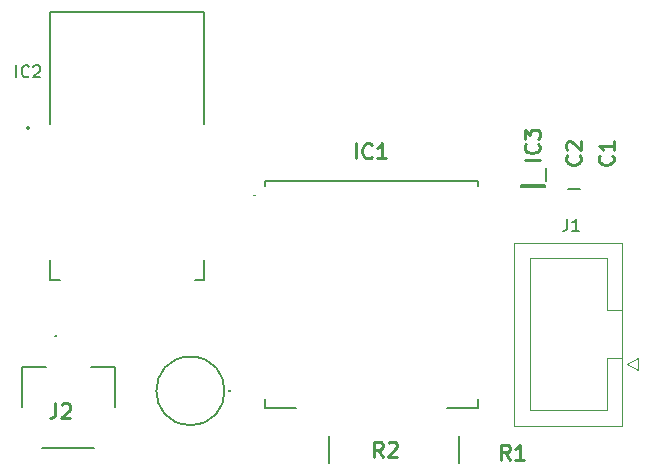
<source format=gbr>
%TF.GenerationSoftware,KiCad,Pcbnew,7.0.10*%
%TF.CreationDate,2024-11-01T14:14:09-04:00*%
%TF.ProjectId,pcb_v1,7063625f-7631-42e6-9b69-6361645f7063,rev?*%
%TF.SameCoordinates,Original*%
%TF.FileFunction,Legend,Top*%
%TF.FilePolarity,Positive*%
%FSLAX46Y46*%
G04 Gerber Fmt 4.6, Leading zero omitted, Abs format (unit mm)*
G04 Created by KiCad (PCBNEW 7.0.10) date 2024-11-01 14:14:09*
%MOMM*%
%LPD*%
G01*
G04 APERTURE LIST*
%ADD10C,0.254000*%
%ADD11C,0.150000*%
%ADD12C,0.200000*%
%ADD13C,0.127000*%
%ADD14C,0.100000*%
%ADD15C,0.120000*%
G04 APERTURE END LIST*
D10*
X138538333Y-125824318D02*
X138114999Y-125219556D01*
X137812618Y-125824318D02*
X137812618Y-124554318D01*
X137812618Y-124554318D02*
X138296428Y-124554318D01*
X138296428Y-124554318D02*
X138417380Y-124614794D01*
X138417380Y-124614794D02*
X138477857Y-124675270D01*
X138477857Y-124675270D02*
X138538333Y-124796222D01*
X138538333Y-124796222D02*
X138538333Y-124977651D01*
X138538333Y-124977651D02*
X138477857Y-125098603D01*
X138477857Y-125098603D02*
X138417380Y-125159080D01*
X138417380Y-125159080D02*
X138296428Y-125219556D01*
X138296428Y-125219556D02*
X137812618Y-125219556D01*
X139022142Y-124675270D02*
X139082618Y-124614794D01*
X139082618Y-124614794D02*
X139203571Y-124554318D01*
X139203571Y-124554318D02*
X139505952Y-124554318D01*
X139505952Y-124554318D02*
X139626904Y-124614794D01*
X139626904Y-124614794D02*
X139687380Y-124675270D01*
X139687380Y-124675270D02*
X139747857Y-124796222D01*
X139747857Y-124796222D02*
X139747857Y-124917175D01*
X139747857Y-124917175D02*
X139687380Y-125098603D01*
X139687380Y-125098603D02*
X138961666Y-125824318D01*
X138961666Y-125824318D02*
X139747857Y-125824318D01*
X149288333Y-126074318D02*
X148864999Y-125469556D01*
X148562618Y-126074318D02*
X148562618Y-124804318D01*
X148562618Y-124804318D02*
X149046428Y-124804318D01*
X149046428Y-124804318D02*
X149167380Y-124864794D01*
X149167380Y-124864794D02*
X149227857Y-124925270D01*
X149227857Y-124925270D02*
X149288333Y-125046222D01*
X149288333Y-125046222D02*
X149288333Y-125227651D01*
X149288333Y-125227651D02*
X149227857Y-125348603D01*
X149227857Y-125348603D02*
X149167380Y-125409080D01*
X149167380Y-125409080D02*
X149046428Y-125469556D01*
X149046428Y-125469556D02*
X148562618Y-125469556D01*
X150497857Y-126074318D02*
X149772142Y-126074318D01*
X150134999Y-126074318D02*
X150134999Y-124804318D01*
X150134999Y-124804318D02*
X150014047Y-124985746D01*
X150014047Y-124985746D02*
X149893095Y-125106699D01*
X149893095Y-125106699D02*
X149772142Y-125167175D01*
X110814667Y-121298318D02*
X110814667Y-122205461D01*
X110814667Y-122205461D02*
X110754190Y-122386889D01*
X110754190Y-122386889D02*
X110633238Y-122507842D01*
X110633238Y-122507842D02*
X110451809Y-122568318D01*
X110451809Y-122568318D02*
X110330857Y-122568318D01*
X111358952Y-121419270D02*
X111419428Y-121358794D01*
X111419428Y-121358794D02*
X111540381Y-121298318D01*
X111540381Y-121298318D02*
X111842762Y-121298318D01*
X111842762Y-121298318D02*
X111963714Y-121358794D01*
X111963714Y-121358794D02*
X112024190Y-121419270D01*
X112024190Y-121419270D02*
X112084667Y-121540222D01*
X112084667Y-121540222D02*
X112084667Y-121661175D01*
X112084667Y-121661175D02*
X112024190Y-121842603D01*
X112024190Y-121842603D02*
X111298476Y-122568318D01*
X111298476Y-122568318D02*
X112084667Y-122568318D01*
D11*
X107523810Y-93704819D02*
X107523810Y-92704819D01*
X108571428Y-93609580D02*
X108523809Y-93657200D01*
X108523809Y-93657200D02*
X108380952Y-93704819D01*
X108380952Y-93704819D02*
X108285714Y-93704819D01*
X108285714Y-93704819D02*
X108142857Y-93657200D01*
X108142857Y-93657200D02*
X108047619Y-93561961D01*
X108047619Y-93561961D02*
X108000000Y-93466723D01*
X108000000Y-93466723D02*
X107952381Y-93276247D01*
X107952381Y-93276247D02*
X107952381Y-93133390D01*
X107952381Y-93133390D02*
X108000000Y-92942914D01*
X108000000Y-92942914D02*
X108047619Y-92847676D01*
X108047619Y-92847676D02*
X108142857Y-92752438D01*
X108142857Y-92752438D02*
X108285714Y-92704819D01*
X108285714Y-92704819D02*
X108380952Y-92704819D01*
X108380952Y-92704819D02*
X108523809Y-92752438D01*
X108523809Y-92752438D02*
X108571428Y-92800057D01*
X108952381Y-92800057D02*
X109000000Y-92752438D01*
X109000000Y-92752438D02*
X109095238Y-92704819D01*
X109095238Y-92704819D02*
X109333333Y-92704819D01*
X109333333Y-92704819D02*
X109428571Y-92752438D01*
X109428571Y-92752438D02*
X109476190Y-92800057D01*
X109476190Y-92800057D02*
X109523809Y-92895295D01*
X109523809Y-92895295D02*
X109523809Y-92990533D01*
X109523809Y-92990533D02*
X109476190Y-93133390D01*
X109476190Y-93133390D02*
X108904762Y-93704819D01*
X108904762Y-93704819D02*
X109523809Y-93704819D01*
D10*
X157953365Y-100331666D02*
X158013842Y-100392142D01*
X158013842Y-100392142D02*
X158074318Y-100573571D01*
X158074318Y-100573571D02*
X158074318Y-100694523D01*
X158074318Y-100694523D02*
X158013842Y-100875952D01*
X158013842Y-100875952D02*
X157892889Y-100996904D01*
X157892889Y-100996904D02*
X157771937Y-101057381D01*
X157771937Y-101057381D02*
X157530032Y-101117857D01*
X157530032Y-101117857D02*
X157348603Y-101117857D01*
X157348603Y-101117857D02*
X157106699Y-101057381D01*
X157106699Y-101057381D02*
X156985746Y-100996904D01*
X156985746Y-100996904D02*
X156864794Y-100875952D01*
X156864794Y-100875952D02*
X156804318Y-100694523D01*
X156804318Y-100694523D02*
X156804318Y-100573571D01*
X156804318Y-100573571D02*
X156864794Y-100392142D01*
X156864794Y-100392142D02*
X156925270Y-100331666D01*
X158074318Y-99122142D02*
X158074318Y-99847857D01*
X158074318Y-99485000D02*
X156804318Y-99485000D01*
X156804318Y-99485000D02*
X156985746Y-99605952D01*
X156985746Y-99605952D02*
X157106699Y-99726904D01*
X157106699Y-99726904D02*
X157167175Y-99847857D01*
X136260237Y-100574318D02*
X136260237Y-99304318D01*
X137590714Y-100453365D02*
X137530238Y-100513842D01*
X137530238Y-100513842D02*
X137348809Y-100574318D01*
X137348809Y-100574318D02*
X137227857Y-100574318D01*
X137227857Y-100574318D02*
X137046428Y-100513842D01*
X137046428Y-100513842D02*
X136925476Y-100392889D01*
X136925476Y-100392889D02*
X136864999Y-100271937D01*
X136864999Y-100271937D02*
X136804523Y-100030032D01*
X136804523Y-100030032D02*
X136804523Y-99848603D01*
X136804523Y-99848603D02*
X136864999Y-99606699D01*
X136864999Y-99606699D02*
X136925476Y-99485746D01*
X136925476Y-99485746D02*
X137046428Y-99364794D01*
X137046428Y-99364794D02*
X137227857Y-99304318D01*
X137227857Y-99304318D02*
X137348809Y-99304318D01*
X137348809Y-99304318D02*
X137530238Y-99364794D01*
X137530238Y-99364794D02*
X137590714Y-99425270D01*
X138800238Y-100574318D02*
X138074523Y-100574318D01*
X138437380Y-100574318D02*
X138437380Y-99304318D01*
X138437380Y-99304318D02*
X138316428Y-99485746D01*
X138316428Y-99485746D02*
X138195476Y-99606699D01*
X138195476Y-99606699D02*
X138074523Y-99667175D01*
X155203365Y-100321666D02*
X155263842Y-100382142D01*
X155263842Y-100382142D02*
X155324318Y-100563571D01*
X155324318Y-100563571D02*
X155324318Y-100684523D01*
X155324318Y-100684523D02*
X155263842Y-100865952D01*
X155263842Y-100865952D02*
X155142889Y-100986904D01*
X155142889Y-100986904D02*
X155021937Y-101047381D01*
X155021937Y-101047381D02*
X154780032Y-101107857D01*
X154780032Y-101107857D02*
X154598603Y-101107857D01*
X154598603Y-101107857D02*
X154356699Y-101047381D01*
X154356699Y-101047381D02*
X154235746Y-100986904D01*
X154235746Y-100986904D02*
X154114794Y-100865952D01*
X154114794Y-100865952D02*
X154054318Y-100684523D01*
X154054318Y-100684523D02*
X154054318Y-100563571D01*
X154054318Y-100563571D02*
X154114794Y-100382142D01*
X154114794Y-100382142D02*
X154175270Y-100321666D01*
X154175270Y-99837857D02*
X154114794Y-99777381D01*
X154114794Y-99777381D02*
X154054318Y-99656428D01*
X154054318Y-99656428D02*
X154054318Y-99354047D01*
X154054318Y-99354047D02*
X154114794Y-99233095D01*
X154114794Y-99233095D02*
X154175270Y-99172619D01*
X154175270Y-99172619D02*
X154296222Y-99112142D01*
X154296222Y-99112142D02*
X154417175Y-99112142D01*
X154417175Y-99112142D02*
X154598603Y-99172619D01*
X154598603Y-99172619D02*
X155324318Y-99898333D01*
X155324318Y-99898333D02*
X155324318Y-99112142D01*
X151824318Y-100669762D02*
X150554318Y-100669762D01*
X151703365Y-99339285D02*
X151763842Y-99399761D01*
X151763842Y-99399761D02*
X151824318Y-99581190D01*
X151824318Y-99581190D02*
X151824318Y-99702142D01*
X151824318Y-99702142D02*
X151763842Y-99883571D01*
X151763842Y-99883571D02*
X151642889Y-100004523D01*
X151642889Y-100004523D02*
X151521937Y-100065000D01*
X151521937Y-100065000D02*
X151280032Y-100125476D01*
X151280032Y-100125476D02*
X151098603Y-100125476D01*
X151098603Y-100125476D02*
X150856699Y-100065000D01*
X150856699Y-100065000D02*
X150735746Y-100004523D01*
X150735746Y-100004523D02*
X150614794Y-99883571D01*
X150614794Y-99883571D02*
X150554318Y-99702142D01*
X150554318Y-99702142D02*
X150554318Y-99581190D01*
X150554318Y-99581190D02*
X150614794Y-99399761D01*
X150614794Y-99399761D02*
X150675270Y-99339285D01*
X150554318Y-98915952D02*
X150554318Y-98129761D01*
X150554318Y-98129761D02*
X151038127Y-98553095D01*
X151038127Y-98553095D02*
X151038127Y-98371666D01*
X151038127Y-98371666D02*
X151098603Y-98250714D01*
X151098603Y-98250714D02*
X151159080Y-98190238D01*
X151159080Y-98190238D02*
X151280032Y-98129761D01*
X151280032Y-98129761D02*
X151582413Y-98129761D01*
X151582413Y-98129761D02*
X151703365Y-98190238D01*
X151703365Y-98190238D02*
X151763842Y-98250714D01*
X151763842Y-98250714D02*
X151824318Y-98371666D01*
X151824318Y-98371666D02*
X151824318Y-98734523D01*
X151824318Y-98734523D02*
X151763842Y-98855476D01*
X151763842Y-98855476D02*
X151703365Y-98915952D01*
D11*
X154166666Y-105704819D02*
X154166666Y-106419104D01*
X154166666Y-106419104D02*
X154119047Y-106561961D01*
X154119047Y-106561961D02*
X154023809Y-106657200D01*
X154023809Y-106657200D02*
X153880952Y-106704819D01*
X153880952Y-106704819D02*
X153785714Y-106704819D01*
X155166666Y-106704819D02*
X154595238Y-106704819D01*
X154880952Y-106704819D02*
X154880952Y-105704819D01*
X154880952Y-105704819D02*
X154785714Y-105847676D01*
X154785714Y-105847676D02*
X154690476Y-105942914D01*
X154690476Y-105942914D02*
X154595238Y-105990533D01*
D12*
%TO.C,R2*%
X134000000Y-126400000D02*
X134000000Y-124100000D01*
%TO.C,D1*%
X122250000Y-117362000D02*
X122250000Y-117362000D01*
X122250000Y-123138000D02*
X122250000Y-123138000D01*
X125520000Y-120250000D02*
X125520000Y-120250000D01*
X125620000Y-120250000D02*
X125620000Y-120250000D01*
X122250000Y-123138000D02*
G75*
G03*
X122250000Y-117362000I0J2888000D01*
G01*
X122250000Y-117362000D02*
G75*
G03*
X122250000Y-123138000I0J-2888000D01*
G01*
X125620000Y-120250000D02*
G75*
G03*
X125520000Y-120250000I-50000J0D01*
G01*
X125520000Y-120250000D02*
G75*
G03*
X125620000Y-120250000I50000J0D01*
G01*
%TO.C,R1*%
X145000000Y-124100000D02*
X145000000Y-126400000D01*
%TO.C,J2*%
X107950000Y-118200000D02*
X107950000Y-121625000D01*
X115850000Y-118200000D02*
X115850000Y-121625000D01*
X107950000Y-118200000D02*
X110000000Y-118200000D01*
X115850000Y-118200000D02*
X113800000Y-118200000D01*
X109704000Y-125049000D02*
X114096000Y-125049000D01*
X110883000Y-115618000D02*
G75*
G03*
X110779000Y-115618000I-52000J0D01*
G01*
X110779000Y-115618000D02*
G75*
G03*
X110883000Y-115618000I52000J0D01*
G01*
D13*
%TO.C,IC2*%
X110402500Y-88140000D02*
X123402500Y-88140000D01*
X110402500Y-97690000D02*
X110402500Y-88140000D01*
X110402500Y-110840000D02*
X110402500Y-109170000D01*
X111182500Y-110840000D02*
X110402500Y-110840000D01*
X123402500Y-88140000D02*
X123402500Y-97690000D01*
X123402500Y-109170000D02*
X123402500Y-110840000D01*
X123402500Y-110840000D02*
X122622500Y-110840000D01*
D12*
X108602500Y-97990000D02*
G75*
G03*
X108402500Y-97990000I-100000J0D01*
G01*
X108402500Y-97990000D02*
G75*
G03*
X108602500Y-97990000I100000J0D01*
G01*
D14*
%TO.C,IC1*%
X127580000Y-103690000D02*
X127580000Y-103690000D01*
X127680000Y-103690000D02*
X127680000Y-103690000D01*
D12*
X128580000Y-102500000D02*
X146580000Y-102500000D01*
X128580000Y-102900000D02*
X128580000Y-102500000D01*
X128580000Y-120900000D02*
X128580000Y-121700000D01*
X128580000Y-121700000D02*
X131180000Y-121700000D01*
X143980000Y-121700000D02*
X146580000Y-121700000D01*
X146580000Y-102500000D02*
X146580000Y-102900000D01*
X146580000Y-121700000D02*
X146580000Y-120900000D01*
D14*
X127680000Y-103690000D02*
G75*
G03*
X127580000Y-103690000I-50000J0D01*
G01*
X127580000Y-103690000D02*
G75*
G03*
X127680000Y-103690000I50000J0D01*
G01*
D12*
%TO.C,C2*%
X154225000Y-103180000D02*
X155275000Y-103180000D01*
%TO.C,IC3*%
X152375000Y-101355000D02*
X152375000Y-102505000D01*
X152262000Y-102855000D02*
X152262000Y-103005000D01*
X150238000Y-102855000D02*
X152262000Y-102855000D01*
X152262000Y-103005000D02*
X150238000Y-103005000D01*
X150238000Y-103005000D02*
X150238000Y-102855000D01*
D15*
%TO.C,J1*%
X160180000Y-118500000D02*
X160180000Y-117500000D01*
X160180000Y-117500000D02*
X159180000Y-118000000D01*
X159180000Y-118000000D02*
X160180000Y-118500000D01*
X158790000Y-123210000D02*
X149670000Y-123210000D01*
X158790000Y-117510000D02*
X157480000Y-117510000D01*
X158790000Y-107710000D02*
X158790000Y-123210000D01*
X157480000Y-121910000D02*
X150980000Y-121910000D01*
X157480000Y-117510000D02*
X157480000Y-121910000D01*
X157480000Y-113410000D02*
X158790000Y-113410000D01*
X157480000Y-113410000D02*
X157480000Y-113410000D01*
X157480000Y-109010000D02*
X157480000Y-113410000D01*
X150980000Y-121910000D02*
X150980000Y-109010000D01*
X150980000Y-109010000D02*
X157480000Y-109010000D01*
X149670000Y-123210000D02*
X149670000Y-107710000D01*
X149670000Y-107710000D02*
X158790000Y-107710000D01*
%TD*%
M02*

</source>
